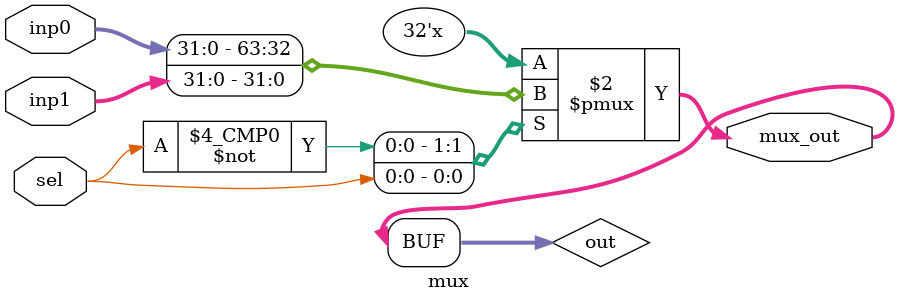
<source format=v>
`timescale 1ns / 1ps


module mux(
input sel,
input [31:0] inp0,
input [31:0] inp1,
output [31:0] mux_out
    );
    reg [31:0] out;
       //ALU source for lw/sw and R type instructions
       always @(*)
       begin
        case (sel)
			0: out <= inp0 ;
			1: out <= inp1;
		endcase
		end
		assign mux_out = out;
		
endmodule

</source>
